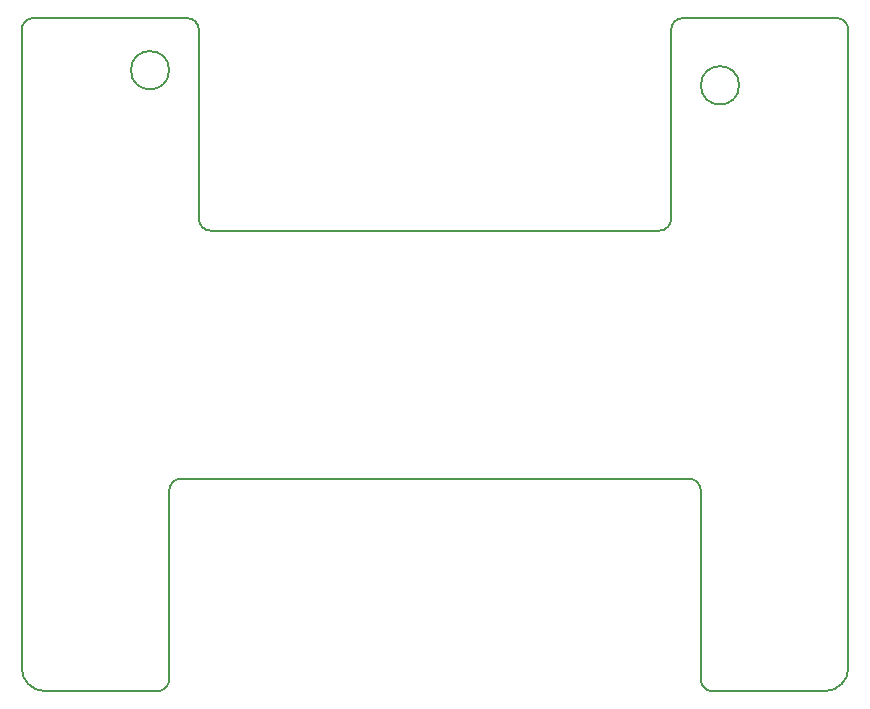
<source format=gbr>
%TF.GenerationSoftware,KiCad,Pcbnew,(5.1.8)-1*%
%TF.CreationDate,2021-02-11T10:10:36+01:00*%
%TF.ProjectId,shieldV1,73686965-6c64-4563-912e-6b696361645f,rev?*%
%TF.SameCoordinates,Original*%
%TF.FileFunction,Profile,NP*%
%FSLAX46Y46*%
G04 Gerber Fmt 4.6, Leading zero omitted, Abs format (unit mm)*
G04 Created by KiCad (PCBNEW (5.1.8)-1) date 2021-02-11 10:10:36*
%MOMM*%
%LPD*%
G01*
G04 APERTURE LIST*
%TA.AperFunction,Profile*%
%ADD10C,0.150000*%
%TD*%
G04 APERTURE END LIST*
D10*
X100529103Y-150312105D02*
X91029103Y-150312105D01*
X45029103Y-149312105D02*
X45029103Y-133312105D01*
X90029103Y-149312105D02*
G75*
G03*
X91029103Y-150312105I1000000J0D01*
G01*
X46029103Y-132312105D02*
G75*
G03*
X45029103Y-133312105I0J-1000000D01*
G01*
X90029103Y-133312105D02*
G75*
G03*
X89029103Y-132312105I-1000000J0D01*
G01*
X44029103Y-150312105D02*
G75*
G03*
X45029103Y-149312105I0J1000000D01*
G01*
X90029103Y-149312105D02*
X90029103Y-133312105D01*
X46029103Y-132312105D02*
X89029103Y-132312105D01*
X47529103Y-94312105D02*
G75*
G03*
X46529103Y-93312105I-1000000J0D01*
G01*
X33529103Y-93312105D02*
G75*
G03*
X32529103Y-94312105I0J-1000000D01*
G01*
X101529103Y-93312105D02*
X88529103Y-93312105D01*
X33529103Y-93312105D02*
X46529103Y-93312105D01*
X87529103Y-94312105D02*
X87529103Y-110312105D01*
X86529103Y-111312105D02*
X48529103Y-111312105D01*
X47529103Y-110312105D02*
G75*
G03*
X48529103Y-111312105I1000000J0D01*
G01*
X88529103Y-93312105D02*
G75*
G03*
X87529103Y-94312105I0J-1000000D01*
G01*
X86529103Y-111312105D02*
G75*
G03*
X87529103Y-110312105I0J1000000D01*
G01*
X47529103Y-94312105D02*
X47529103Y-110312105D01*
X34529103Y-150312105D02*
X44029103Y-150312105D01*
X102529103Y-148312105D02*
X102529103Y-94312105D01*
X32529103Y-148312105D02*
X32529103Y-94312105D01*
X100529103Y-150312105D02*
G75*
G03*
X102529103Y-148312105I0J2000000D01*
G01*
X32529103Y-148312105D02*
G75*
G03*
X34529103Y-150312105I2000000J0D01*
G01*
X93279103Y-99012105D02*
G75*
G03*
X93279103Y-99012105I-1620000J0D01*
G01*
X45019103Y-97732105D02*
G75*
G03*
X45019103Y-97732105I-1620000J0D01*
G01*
X102529103Y-94312105D02*
G75*
G03*
X101529103Y-93312105I-1000000J0D01*
G01*
M02*

</source>
